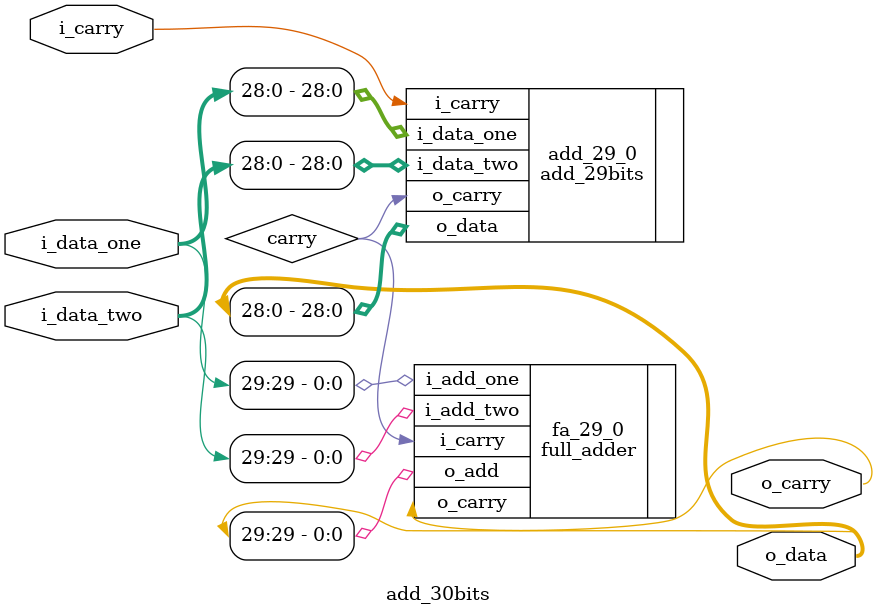
<source format=sv>
module add_30bits(
  input logic  [29:0] i_data_one,
  input logic  [29:0] i_data_two,
  input logic         i_carry,
  
  output logic [29:0] o_data,
  output logic        o_carry
);

  logic carry;

  add_29bits add_29_0(
    .i_data_one (i_data_one[28:0]),
    .i_data_two (i_data_two[28:0]),
    .i_carry    (i_carry),
    .o_data     (o_data[28:0]),
    .o_carry    (carry)
  );
  
  full_adder fa_29_0(
    .i_add_one (i_data_one[29]),
    .i_add_two (i_data_two[29]),
    .i_carry   (carry),
    .o_add     (o_data[29]),
    .o_carry   (o_carry)
  );

endmodule
</source>
